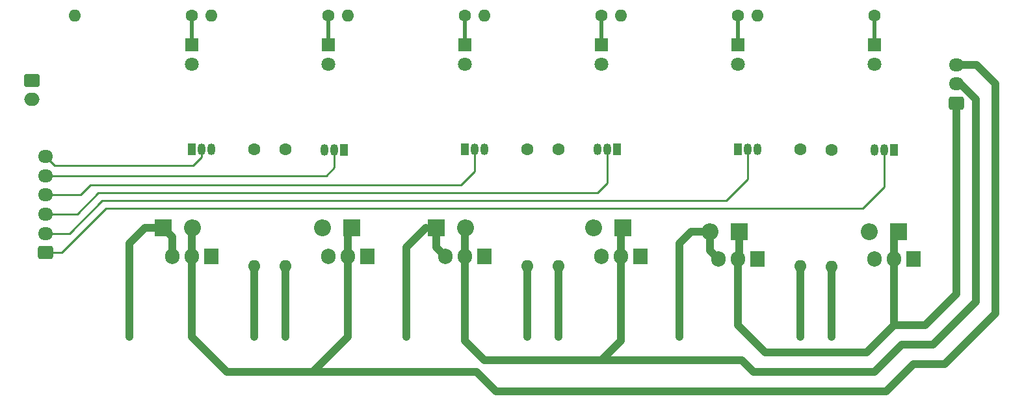
<source format=gtl>
G04 #@! TF.GenerationSoftware,KiCad,Pcbnew,(6.0.2)*
G04 #@! TF.CreationDate,2022-03-10T23:04:52+00:00*
G04 #@! TF.ProjectId,ESC1,45534331-2e6b-4696-9361-645f70636258,rev?*
G04 #@! TF.SameCoordinates,Original*
G04 #@! TF.FileFunction,Copper,L1,Top*
G04 #@! TF.FilePolarity,Positive*
%FSLAX46Y46*%
G04 Gerber Fmt 4.6, Leading zero omitted, Abs format (unit mm)*
G04 Created by KiCad (PCBNEW (6.0.2)) date 2022-03-10 23:04:52*
%MOMM*%
%LPD*%
G01*
G04 APERTURE LIST*
G04 Aperture macros list*
%AMRoundRect*
0 Rectangle with rounded corners*
0 $1 Rounding radius*
0 $2 $3 $4 $5 $6 $7 $8 $9 X,Y pos of 4 corners*
0 Add a 4 corners polygon primitive as box body*
4,1,4,$2,$3,$4,$5,$6,$7,$8,$9,$2,$3,0*
0 Add four circle primitives for the rounded corners*
1,1,$1+$1,$2,$3*
1,1,$1+$1,$4,$5*
1,1,$1+$1,$6,$7*
1,1,$1+$1,$8,$9*
0 Add four rect primitives between the rounded corners*
20,1,$1+$1,$2,$3,$4,$5,0*
20,1,$1+$1,$4,$5,$6,$7,0*
20,1,$1+$1,$6,$7,$8,$9,0*
20,1,$1+$1,$8,$9,$2,$3,0*%
G04 Aperture macros list end*
G04 #@! TA.AperFunction,ComponentPad*
%ADD10R,1.800000X1.800000*%
G04 #@! TD*
G04 #@! TA.AperFunction,ComponentPad*
%ADD11C,1.800000*%
G04 #@! TD*
G04 #@! TA.AperFunction,ComponentPad*
%ADD12R,1.905000X2.000000*%
G04 #@! TD*
G04 #@! TA.AperFunction,ComponentPad*
%ADD13O,1.905000X2.000000*%
G04 #@! TD*
G04 #@! TA.AperFunction,ComponentPad*
%ADD14C,1.600000*%
G04 #@! TD*
G04 #@! TA.AperFunction,ComponentPad*
%ADD15O,1.600000X1.600000*%
G04 #@! TD*
G04 #@! TA.AperFunction,ComponentPad*
%ADD16RoundRect,0.250000X-0.750000X0.600000X-0.750000X-0.600000X0.750000X-0.600000X0.750000X0.600000X0*%
G04 #@! TD*
G04 #@! TA.AperFunction,ComponentPad*
%ADD17O,2.000000X1.700000*%
G04 #@! TD*
G04 #@! TA.AperFunction,ComponentPad*
%ADD18R,1.050000X1.500000*%
G04 #@! TD*
G04 #@! TA.AperFunction,ComponentPad*
%ADD19O,1.050000X1.500000*%
G04 #@! TD*
G04 #@! TA.AperFunction,ComponentPad*
%ADD20R,2.200000X2.200000*%
G04 #@! TD*
G04 #@! TA.AperFunction,ComponentPad*
%ADD21O,2.200000X2.200000*%
G04 #@! TD*
G04 #@! TA.AperFunction,ComponentPad*
%ADD22RoundRect,0.250000X0.725000X-0.600000X0.725000X0.600000X-0.725000X0.600000X-0.725000X-0.600000X0*%
G04 #@! TD*
G04 #@! TA.AperFunction,ComponentPad*
%ADD23O,1.950000X1.700000*%
G04 #@! TD*
G04 #@! TA.AperFunction,ViaPad*
%ADD24C,1.000000*%
G04 #@! TD*
G04 #@! TA.AperFunction,Conductor*
%ADD25C,0.500000*%
G04 #@! TD*
G04 #@! TA.AperFunction,Conductor*
%ADD26C,1.000000*%
G04 #@! TD*
G04 #@! TA.AperFunction,Conductor*
%ADD27C,0.250000*%
G04 #@! TD*
G04 APERTURE END LIST*
D10*
X135128000Y-25979000D03*
D11*
X135128000Y-28519000D03*
D12*
X119888000Y-53919000D03*
D13*
X117348000Y-53919000D03*
X114808000Y-53919000D03*
D12*
X140208000Y-53919000D03*
D13*
X137668000Y-53919000D03*
X135128000Y-53919000D03*
D14*
X64008000Y-22169000D03*
D15*
X48768000Y-22169000D03*
D16*
X25400000Y-30591000D03*
D17*
X25400000Y-33091000D03*
D18*
X137668000Y-39695000D03*
D19*
X136398000Y-39695000D03*
X135128000Y-39695000D03*
D12*
X84328000Y-53594000D03*
D13*
X81788000Y-53594000D03*
X79248000Y-53594000D03*
D18*
X101600000Y-39624000D03*
D19*
X100330000Y-39624000D03*
X99060000Y-39624000D03*
D12*
X69088000Y-53594000D03*
D13*
X66548000Y-53594000D03*
X64008000Y-53594000D03*
D20*
X102362000Y-49855000D03*
D21*
X98552000Y-49855000D03*
D20*
X78068818Y-49855000D03*
D21*
X81878818Y-49855000D03*
D18*
X46228000Y-39624000D03*
D19*
X47498000Y-39624000D03*
X48768000Y-39624000D03*
D22*
X145779000Y-33559000D03*
D23*
X145779000Y-31059000D03*
X145779000Y-28559000D03*
D14*
X129540000Y-39695000D03*
D15*
X129540000Y-54935000D03*
D14*
X81788000Y-22169000D03*
D15*
X66548000Y-22169000D03*
D14*
X93980000Y-39624000D03*
D15*
X93980000Y-54864000D03*
D12*
X104648000Y-53594000D03*
D13*
X102108000Y-53594000D03*
X99568000Y-53594000D03*
D18*
X66040000Y-39695000D03*
D19*
X64770000Y-39695000D03*
X63500000Y-39695000D03*
D14*
X46228000Y-22169000D03*
D15*
X30988000Y-22169000D03*
D18*
X117348000Y-39624000D03*
D19*
X118618000Y-39624000D03*
X119888000Y-39624000D03*
D18*
X81788000Y-39624000D03*
D19*
X83058000Y-39624000D03*
X84328000Y-39624000D03*
D14*
X54356000Y-39624000D03*
D15*
X54356000Y-54864000D03*
D10*
X64008000Y-25979000D03*
D11*
X64008000Y-28519000D03*
D20*
X138266818Y-50363000D03*
D21*
X134456818Y-50363000D03*
D12*
X48768000Y-53594000D03*
D13*
X46228000Y-53594000D03*
X43688000Y-53594000D03*
D14*
X58420000Y-39624000D03*
D15*
X58420000Y-54864000D03*
D20*
X117511183Y-50363000D03*
D21*
X113701183Y-50363000D03*
D14*
X117348000Y-22169000D03*
D15*
X102108000Y-22169000D03*
D10*
X117348000Y-25979000D03*
D11*
X117348000Y-28519000D03*
D14*
X99568000Y-22169000D03*
D15*
X84328000Y-22169000D03*
D14*
X125476000Y-39624000D03*
D15*
X125476000Y-54864000D03*
D10*
X99568000Y-25979000D03*
D11*
X99568000Y-28519000D03*
D22*
X27178000Y-53057000D03*
D23*
X27178000Y-50557000D03*
X27178000Y-48057000D03*
X27178000Y-45557000D03*
X27178000Y-43057000D03*
X27178000Y-40557000D03*
D14*
X135128000Y-22169000D03*
D15*
X119888000Y-22169000D03*
D14*
X89916000Y-39624000D03*
D15*
X89916000Y-54864000D03*
D20*
X42508818Y-49855000D03*
D21*
X46318818Y-49855000D03*
D10*
X46228000Y-25979000D03*
D11*
X46228000Y-28519000D03*
D20*
X67056000Y-49855000D03*
D21*
X63246000Y-49855000D03*
D10*
X81788000Y-25979000D03*
D11*
X81788000Y-28519000D03*
D24*
X129540000Y-64079000D03*
X58420000Y-64079000D03*
X54356000Y-64079000D03*
X38100000Y-64079000D03*
X89916000Y-64079000D03*
X93980000Y-64079000D03*
X74168000Y-64079000D03*
X125476000Y-64079000D03*
X109728000Y-64079000D03*
D25*
X46228000Y-25979000D02*
X46228000Y-22169000D01*
X81788000Y-25979000D02*
X81788000Y-22169000D01*
X117348000Y-25979000D02*
X117348000Y-22169000D01*
X64008000Y-25979000D02*
X64008000Y-22169000D01*
X99568000Y-25979000D02*
X99568000Y-22169000D01*
X135128000Y-25979000D02*
X135128000Y-22169000D01*
D26*
X43688000Y-51034182D02*
X42508818Y-49855000D01*
X125476000Y-54864000D02*
X125476000Y-64079000D01*
X113701183Y-52812183D02*
X114808000Y-53919000D01*
X58420000Y-54864000D02*
X58420000Y-64079000D01*
X109728000Y-51887000D02*
X109728000Y-64079000D01*
X111252000Y-50363000D02*
X109728000Y-51887000D01*
X113701183Y-50363000D02*
X113701183Y-52812183D01*
X129540000Y-54935000D02*
X129540000Y-64079000D01*
X113701183Y-50363000D02*
X111252000Y-50363000D01*
X93980000Y-54864000D02*
X93980000Y-64079000D01*
X89916000Y-54864000D02*
X89916000Y-64079000D01*
X40132000Y-49855000D02*
X38100000Y-51887000D01*
X74168000Y-52395000D02*
X74168000Y-64079000D01*
X38100000Y-51887000D02*
X38100000Y-64079000D01*
X76708000Y-49855000D02*
X74168000Y-52395000D01*
X43688000Y-53594000D02*
X43688000Y-51034182D01*
X54356000Y-54864000D02*
X54356000Y-64079000D01*
X42508818Y-49855000D02*
X40132000Y-49855000D01*
X78068818Y-52414818D02*
X79248000Y-53594000D01*
X78068818Y-49855000D02*
X78068818Y-52414818D01*
D27*
X78068818Y-49855000D02*
X76708000Y-49855000D01*
X136398000Y-44521000D02*
X136398000Y-39695000D01*
X29310000Y-53057000D02*
X35052000Y-47315000D01*
X27178000Y-53057000D02*
X29310000Y-53057000D01*
X35052000Y-47315000D02*
X133604000Y-47315000D01*
X133604000Y-47315000D02*
X136398000Y-44521000D01*
X115824000Y-46299000D02*
X118618000Y-43505000D01*
X30286000Y-50557000D02*
X34544000Y-46299000D01*
X118618000Y-43505000D02*
X118618000Y-39624000D01*
X27178000Y-50557000D02*
X30286000Y-50557000D01*
X34544000Y-46299000D02*
X115824000Y-46299000D01*
X100330000Y-44013000D02*
X100330000Y-39624000D01*
X31262000Y-48057000D02*
X34036000Y-45283000D01*
X34036000Y-45283000D02*
X99060000Y-45283000D01*
X99060000Y-45283000D02*
X100330000Y-44013000D01*
X27178000Y-48057000D02*
X31262000Y-48057000D01*
X33020000Y-44267000D02*
X81280000Y-44267000D01*
X27178000Y-45557000D02*
X31730000Y-45557000D01*
X83058000Y-42489000D02*
X83058000Y-39624000D01*
X31730000Y-45557000D02*
X33020000Y-44267000D01*
X81280000Y-44267000D02*
X83058000Y-42489000D01*
X27178000Y-43057000D02*
X63694000Y-43057000D01*
X63694000Y-43057000D02*
X64770000Y-41981000D01*
X64770000Y-41981000D02*
X64770000Y-39695000D01*
X47498000Y-40624000D02*
X47498000Y-39624000D01*
X27178000Y-40557000D02*
X28348000Y-41727000D01*
X46395000Y-41727000D02*
X47498000Y-40624000D01*
X28348000Y-41727000D02*
X46395000Y-41727000D01*
D26*
X46228000Y-53594000D02*
X46228000Y-49945818D01*
X150876000Y-61031000D02*
X150876000Y-31059000D01*
X136652000Y-71191000D02*
X140208000Y-67635000D01*
X63246000Y-67381000D02*
X66548000Y-64079000D01*
X144272000Y-67635000D02*
X150876000Y-61031000D01*
D27*
X46228000Y-49945818D02*
X46318818Y-49855000D01*
D26*
X85852000Y-71191000D02*
X136652000Y-71191000D01*
X61976000Y-68651000D02*
X83312000Y-68651000D01*
X150876000Y-31059000D02*
X148376000Y-28559000D01*
X66548000Y-53594000D02*
X66548000Y-50363000D01*
X46228000Y-64079000D02*
X50800000Y-68651000D01*
X61976000Y-68651000D02*
X63246000Y-67381000D01*
X140208000Y-67635000D02*
X144272000Y-67635000D01*
X46228000Y-53594000D02*
X46228000Y-64079000D01*
X50800000Y-68651000D02*
X61976000Y-68651000D01*
X66548000Y-64079000D02*
X66548000Y-53594000D01*
X83312000Y-68651000D02*
X85852000Y-71191000D01*
X148376000Y-28559000D02*
X145779000Y-28559000D01*
X99568000Y-67127000D02*
X117856000Y-67127000D01*
X135128000Y-68651000D02*
X138684000Y-65095000D01*
X119380000Y-68651000D02*
X135128000Y-68651000D01*
X148336000Y-33091000D02*
X146304000Y-31059000D01*
X146304000Y-31059000D02*
X145779000Y-31059000D01*
D27*
X102108000Y-50109000D02*
X102362000Y-49855000D01*
D26*
X81788000Y-64587000D02*
X81788000Y-53594000D01*
X99568000Y-67127000D02*
X84328000Y-67127000D01*
D27*
X81788000Y-49945818D02*
X81878818Y-49855000D01*
D26*
X102108000Y-53594000D02*
X102108000Y-50109000D01*
X100584000Y-66111000D02*
X99568000Y-67127000D01*
X117856000Y-67127000D02*
X119380000Y-68651000D01*
X84328000Y-67127000D02*
X81788000Y-64587000D01*
X102108000Y-53594000D02*
X102108000Y-64587000D01*
X148336000Y-59507000D02*
X148336000Y-33091000D01*
X138684000Y-65095000D02*
X142748000Y-65095000D01*
X102108000Y-64587000D02*
X100584000Y-66111000D01*
X142748000Y-65095000D02*
X148336000Y-59507000D01*
X81788000Y-53594000D02*
X81788000Y-49945818D01*
X137668000Y-53919000D02*
X137668000Y-50961818D01*
X120904000Y-66111000D02*
X117348000Y-62555000D01*
X117348000Y-62555000D02*
X117348000Y-53919000D01*
X134112000Y-66111000D02*
X120904000Y-66111000D01*
X145779000Y-33559000D02*
X145779000Y-58508000D01*
X137668000Y-62555000D02*
X134112000Y-66111000D01*
X117511183Y-50363000D02*
X117511183Y-53755817D01*
X141732000Y-62555000D02*
X137668000Y-62555000D01*
X137668000Y-53919000D02*
X137668000Y-62555000D01*
X145779000Y-58508000D02*
X141732000Y-62555000D01*
M02*

</source>
